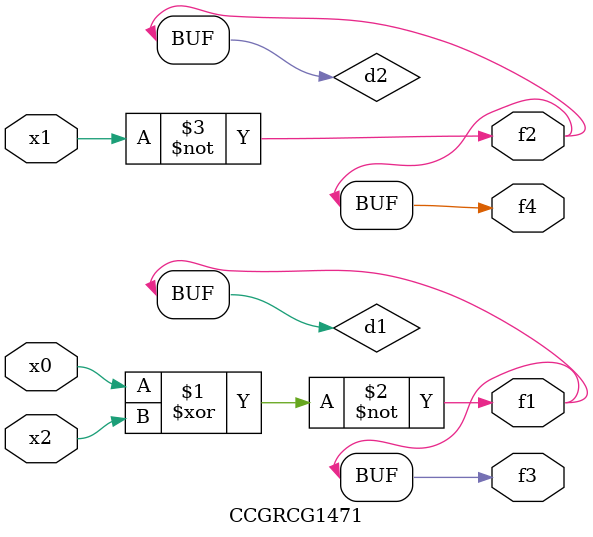
<source format=v>
module CCGRCG1471(
	input x0, x1, x2,
	output f1, f2, f3, f4
);

	wire d1, d2, d3;

	xnor (d1, x0, x2);
	nand (d2, x1);
	nor (d3, x1, x2);
	assign f1 = d1;
	assign f2 = d2;
	assign f3 = d1;
	assign f4 = d2;
endmodule

</source>
